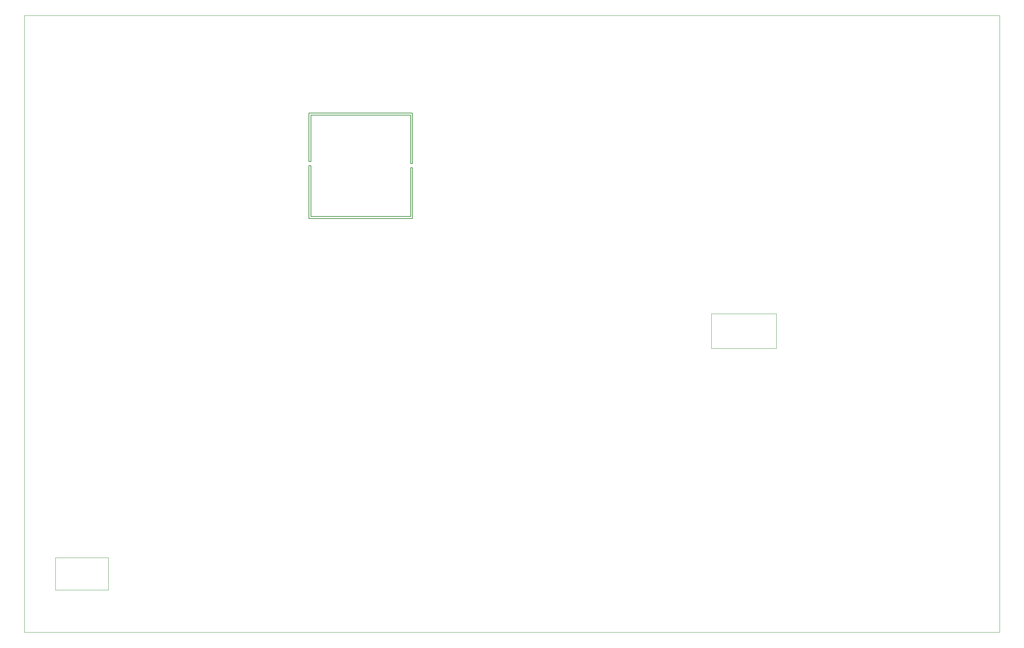
<source format=gbr>
G04 (created by PCBNEW (2013-07-07 BZR 4022)-stable) date 26-03-2016 11:34:51*
%MOIN*%
G04 Gerber Fmt 3.4, Leading zero omitted, Abs format*
%FSLAX34Y34*%
G01*
G70*
G90*
G04 APERTURE LIST*
%ADD10C,0.00590551*%
%ADD11C,0.00787402*%
%ADD12C,0.00393701*%
G04 APERTURE END LIST*
G54D10*
G54D11*
X47440Y-36417D02*
X47440Y-40944D01*
X57086Y-36417D02*
X47440Y-36417D01*
X57086Y-41141D02*
X57086Y-36417D01*
X57283Y-41141D02*
X57086Y-41141D01*
X57283Y-36220D02*
X57283Y-41141D01*
X47244Y-36220D02*
X57283Y-36220D01*
X47244Y-40944D02*
X47244Y-36220D01*
X47440Y-40944D02*
X47244Y-40944D01*
X47440Y-46259D02*
X47440Y-41338D01*
X57086Y-46259D02*
X47440Y-46259D01*
X57086Y-41535D02*
X57086Y-46259D01*
X57283Y-41535D02*
X57086Y-41535D01*
X57283Y-46456D02*
X57283Y-41535D01*
X47244Y-46456D02*
X57283Y-46456D01*
X47244Y-41338D02*
X47244Y-46456D01*
X47440Y-41338D02*
X47244Y-41338D01*
G54D12*
X19685Y-26771D02*
X19763Y-26771D01*
X19685Y-86614D02*
X19685Y-26771D01*
X114173Y-86614D02*
X19685Y-86614D01*
X114173Y-26771D02*
X114173Y-86614D01*
X19685Y-26771D02*
X114173Y-26771D01*
X86220Y-55708D02*
X86417Y-55708D01*
X86220Y-59055D02*
X86220Y-55708D01*
X92519Y-59055D02*
X86220Y-59055D01*
X92519Y-55708D02*
X92519Y-59055D01*
X86417Y-55708D02*
X92519Y-55708D01*
X22677Y-79350D02*
X22687Y-79350D01*
X22677Y-82490D02*
X22677Y-79350D01*
X27411Y-82490D02*
X22677Y-82490D01*
X27805Y-82490D02*
X27411Y-82490D01*
X27805Y-79350D02*
X27805Y-82490D01*
X22696Y-79350D02*
X27805Y-79350D01*
M02*

</source>
